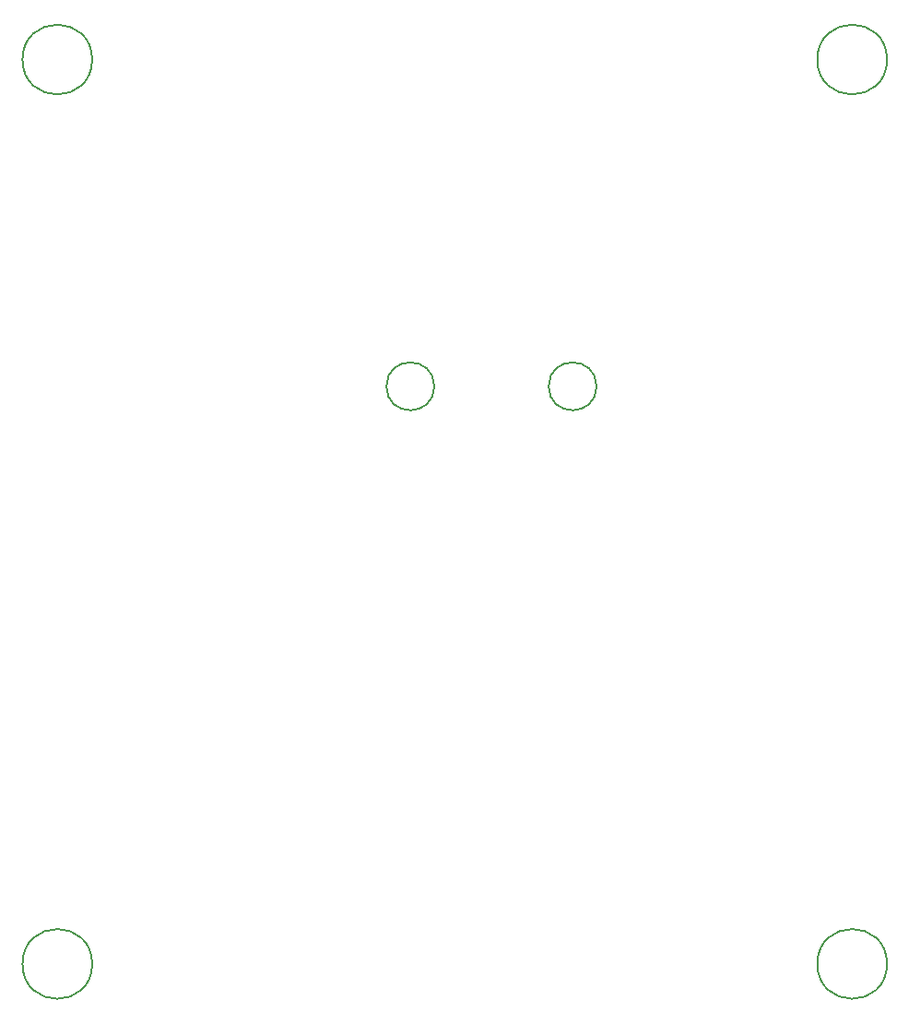
<source format=gbr>
%TF.GenerationSoftware,KiCad,Pcbnew,8.0.2*%
%TF.CreationDate,2025-02-27T03:45:28+05:30*%
%TF.ProjectId,sra_dev_board_2024(CH340C),7372615f-6465-4765-9f62-6f6172645f32,rev?*%
%TF.SameCoordinates,Original*%
%TF.FileFunction,Other,Comment*%
%FSLAX46Y46*%
G04 Gerber Fmt 4.6, Leading zero omitted, Abs format (unit mm)*
G04 Created by KiCad (PCBNEW 8.0.2) date 2025-02-27 03:45:28*
%MOMM*%
%LPD*%
G01*
G04 APERTURE LIST*
%ADD10C,0.150000*%
G04 APERTURE END LIST*
D10*
%TO.C,H4*%
X190080000Y-58510000D02*
G75*
G02*
X183680000Y-58510000I-3200000J0D01*
G01*
X183680000Y-58510000D02*
G75*
G02*
X190080000Y-58510000I3200000J0D01*
G01*
%TO.C,H1*%
X117080000Y-58510000D02*
G75*
G02*
X110680000Y-58510000I-3200000J0D01*
G01*
X110680000Y-58510000D02*
G75*
G02*
X117080000Y-58510000I3200000J0D01*
G01*
%TO.C,H3*%
X190080000Y-141510000D02*
G75*
G02*
X183680000Y-141510000I-3200000J0D01*
G01*
X183680000Y-141510000D02*
G75*
G02*
X190080000Y-141510000I3200000J0D01*
G01*
%TO.C,H2*%
X117080000Y-141510000D02*
G75*
G02*
X110680000Y-141510000I-3200000J0D01*
G01*
X110680000Y-141510000D02*
G75*
G02*
X117080000Y-141510000I3200000J0D01*
G01*
%TO.C,REF\u002A\u002A*%
X163400000Y-88500000D02*
G75*
G02*
X159000000Y-88500000I-2200000J0D01*
G01*
X159000000Y-88500000D02*
G75*
G02*
X163400000Y-88500000I2200000J0D01*
G01*
X148500000Y-88500000D02*
G75*
G02*
X144100000Y-88500000I-2200000J0D01*
G01*
X144100000Y-88500000D02*
G75*
G02*
X148500000Y-88500000I2200000J0D01*
G01*
%TD*%
M02*

</source>
